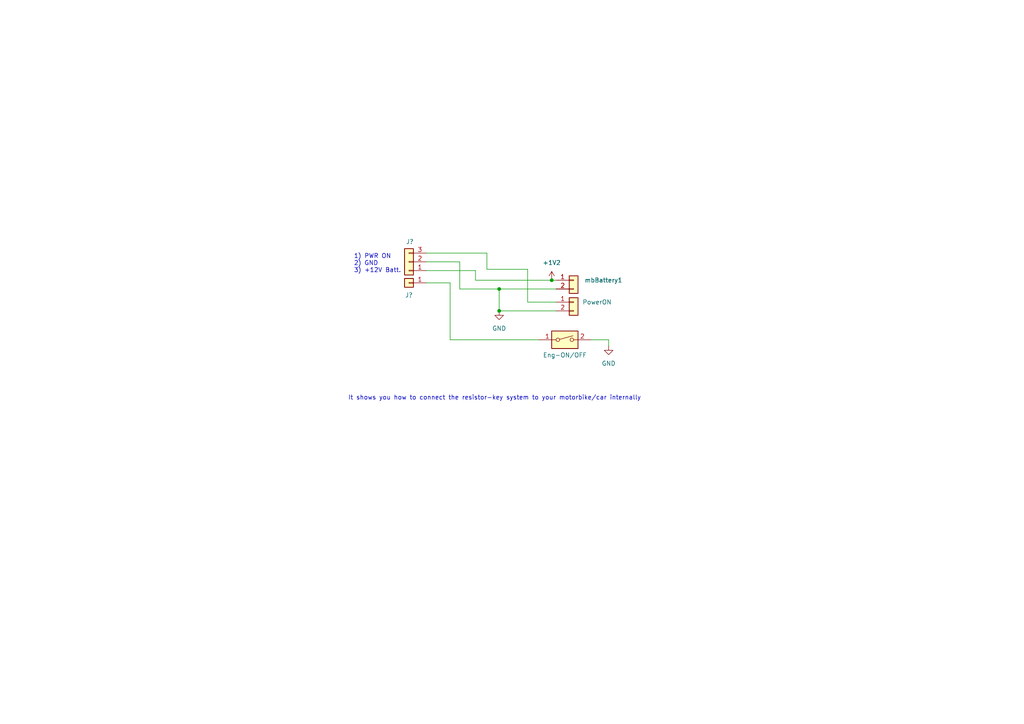
<source format=kicad_sch>
(kicad_sch (version 20211123) (generator eeschema)
  (paper "A4")
  (title_block (title "Motorbike/car internal connections") (date "2023-03-31") (rev "1.0") (company "Panicosoft"))
  (lib_symbols
    (symbol "Connector_Generic:Conn_01x01" (pin_names (offset 1.016) hide)
      (property "Reference" "J" (at 0 2.54 0))
      (property "Value" "Conn_01x01" (at 0 -2.54 0))
      (symbol "Conn_01x01_1_1"
        (rectangle (start -1.27 0.127) (end 0 -0.127) (stroke (width 0.1524)))
        (rectangle (start -1.27 1.27) (end 1.27 -1.27) (stroke (width 0.254)) (fill (type background)))
        (pin passive line (at -5.08 0 0) (length 3.81) (name "Pin_1") (number "1"))
      )
    )
    (symbol "Connector_Generic:Conn_01x02" (pin_names (offset 1.016) hide)
      (property "Reference" "J" (at 0 2.54 0))
      (property "Value" "Conn_01x02" (at 0 -5.08 0))
      (symbol "Conn_01x02_1_1"
        (rectangle (start -1.27 -2.413) (end 0 -2.667) (stroke (width 0.1524)))
        (rectangle (start -1.27 0.127) (end 0 -0.127) (stroke (width 0.1524)))
        (rectangle (start -1.27 1.27) (end 1.27 -3.81) (stroke (width 0.254)) (fill (type background)))
        (pin passive line (at -5.08 0 0) (length 3.81) (name "Pin_1") (number "1"))
        (pin passive line (at -5.08 -2.54 0) (length 3.81) (name "Pin_2") (number "2"))
      )
    )
    (symbol "Connector_Generic:Conn_01x03" (pin_names (offset 1.016) hide)
      (property "Reference" "J" (at 0 5.08 0))
      (property "Value" "Conn_01x03" (at 0 -5.08 0))
      (symbol "Conn_01x03_1_1"
        (rectangle (start -1.27 -2.413) (end 0 -2.667) (stroke (width 0.1524)))
        (rectangle (start -1.27 0.127) (end 0 -0.127) (stroke (width 0.1524)))
        (rectangle (start -1.27 2.667) (end 0 2.413) (stroke (width 0.1524)))
        (rectangle (start -1.27 3.81) (end 1.27 -3.81) (stroke (width 0.254)) (fill (type background)))
        (pin passive line (at -5.08 2.54 0) (length 3.81) (name "Pin_1") (number "1"))
        (pin passive line (at -5.08 0 0) (length 3.81) (name "Pin_2") (number "2"))
        (pin passive line (at -5.08 -2.54 0) (length 3.81) (name "Pin_3") (number "3"))
      )
    )
    (symbol "Switch:SW_DIP_x01" (pin_names (offset 0) hide)
      (property "Reference" "SW" (at 0 3.81 0))
      (property "Value" "SW_DIP_x01" (at 0 -3.81 0))
      (symbol "SW_DIP_x01_0_0"
        (circle (center -2.032 0) (radius 0.508))
        (polyline (pts (xy -1.524 0.127) (xy 2.3622 1.1684)))
        (circle (center 2.032 0) (radius 0.508))
      )
      (symbol "SW_DIP_x01_0_1"
        (rectangle (start -3.81 2.54) (end 3.81 -2.54) (stroke (width 0.254)) (fill (type background)))
      )
      (symbol "SW_DIP_x01_1_1"
        (pin passive line (at -7.62 0 0) (length 5.08) (name "~") (number "1"))
        (pin passive line (at 7.62 0 180) (length 5.08) (name "~") (number "2"))
      )
    )
    (symbol "power:+1V2" (power) (pin_names (offset 0))
      (property "Value" "+1V2" (at 0 3.556 0))
      (symbol "+1V2_0_1"
        (polyline (pts (xy -0.762 1.27) (xy 0 2.54)))
        (polyline (pts (xy 0 0) (xy 0 2.54)))
        (polyline (pts (xy 0 2.54) (xy 0.762 1.27)))
      )
      (symbol "+1V2_1_1"
        (pin power_in line (at 0 0 90) (length 0) hide (name "+1V2") (number "1"))
      )
    )
    (symbol "power:GND" (power) (pin_names (offset 0))
      (property "Value" "GND" (at 0 -3.81 0))
      (symbol "GND_0_1"
        (polyline (pts (xy 0 0) (xy 0 -1.27) (xy 1.27 -1.27) (xy 0 -2.54) (xy -1.27 -1.27) (xy 0 -1.27)))
      )
      (symbol "GND_1_1"
        (pin power_in line (at 0 0 270) (length 0) hide (name "GND") (number "1"))
      )
    )
  )
  (junction (at 144.78 90.17))
  (junction (at 144.78 83.82))
  (junction (at 160.02 81.28))
  (wire (pts (xy 133.35 83.82) (xy 133.35 75.946)))
  (wire (pts (xy 144.78 90.17) (xy 161.29 90.17)))
  (wire (pts (xy 176.53 98.552) (xy 176.53 100.33)))
  (wire (pts (xy 161.29 81.28) (xy 160.02 81.28)))
  (wire (pts (xy 160.02 81.28) (xy 137.922 81.28)))
  (wire (pts (xy 123.698 75.946) (xy 133.35 75.946)))
  (wire (pts (xy 171.45 98.552) (xy 176.53 98.552)))
  (wire (pts (xy 130.556 82.042) (xy 130.556 98.552)))
  (wire (pts (xy 130.556 98.552) (xy 156.21 98.552)))
  (wire (pts (xy 144.78 83.82) (xy 161.29 83.82)))
  (wire (pts (xy 144.78 90.17) (xy 144.78 83.82)))
  (wire (pts (xy 137.922 78.486) (xy 123.698 78.486)))
  (wire (pts (xy 123.698 73.406) (xy 141.224 73.406)))
  (wire (pts (xy 153.035 78.105) (xy 141.224 78.105)))
  (wire (pts (xy 141.224 78.105) (xy 141.224 73.406)))
  (wire (pts (xy 133.35 83.82) (xy 144.78 83.82)))
  (wire (pts (xy 123.698 82.042) (xy 130.556 82.042)))
  (wire (pts (xy 137.922 81.28) (xy 137.922 78.486)))
  (wire (pts (xy 161.29 87.63) (xy 153.035 87.63)))
  (wire (pts (xy 153.035 87.63) (xy 153.035 78.105)))
  (text "1) PWR ON\n2) GND\n3) +12V Batt." (at 102.616 79.248 0) (effects (font (size 1.27 1.27)) (justify left bottom)))
  (text "It shows you how to connect the resistor-key system to your motorbike/car internally" (at 100.965 116.205 0) (effects (font (size 1.27 1.27)) (justify left bottom)))
  (symbol (lib_id "power:GND") (at 176.53 100.33 0) (unit 1)
    (property "Reference" "#PWR?" (effects hide))
    (property "Value" "GND" (at 176.53 105.41 0))
  )
  (symbol (lib_id "Connector_Generic:Conn_01x01") (at 118.618 82.042 180) (unit 1)
    (property "Reference" "J?" (at 118.618 85.598 0))
    (property "Value" "Conn_01x01" (effects hide))
  )
  (symbol (lib_id "Connector_Generic:Conn_01x03") (at 118.618 75.946 180) (unit 1)
    (property "Reference" "J?" (at 118.872 70.104 0))
    (property "Value" "Conn_01x03" (effects hide))
  )
  (symbol (lib_id "power:+1V2") (at 160.02 81.28 0) (unit 1)
    (property "Reference" "#PWR?" (effects hide))
    (property "Value" "+1V2" (at 160.02 76.2 0))
  )
  (symbol (lib_id "power:GND") (at 144.78 90.17 0) (unit 1)
    (property "Reference" "#PWR?" (effects hide))
    (property "Value" "GND" (at 144.78 95.25 0))
  )
  (symbol (lib_id "Connector_Generic:Conn_01x02") (at 166.37 87.63 0) (unit 1)
    (property "Reference" "PowerON" (at 168.91 87.6299 0) (effects (justify left)))
    (property "Value" "Conn_01x02" (effects hide))
  )
  (symbol (lib_id "Connector_Generic:Conn_01x02") (at 166.37 81.28 0) (unit 1)
    (property "Reference" "mbBattery1" (at 169.545 81.2799 0) (effects (justify left)))
    (property "Value" "Conn_01x02" (effects hide))
  )
  (symbol (lib_id "Switch:SW_DIP_x01") (at 163.83 98.552 0) (unit 1)
    (property "Reference" "Eng-ON/OFF" (at 163.83 102.997 0))
    (property "Value" "SW_DIP_x01" (effects hide))
  )
)
</source>
